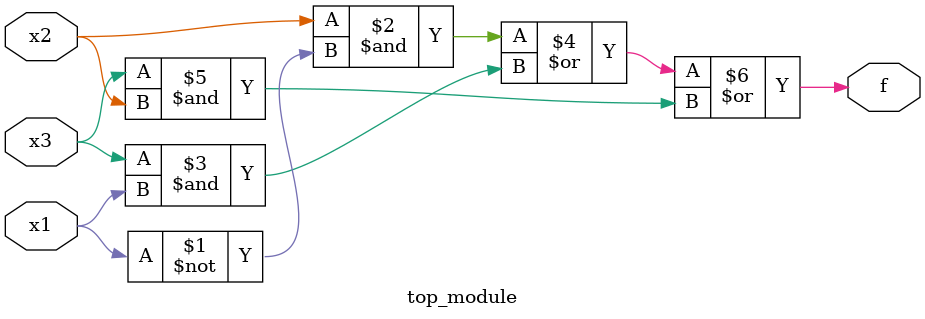
<source format=sv>
module top_module (
    input x3,
    input x2,
    input x1,
    output f
);

    assign f = (x2 & ~x1) | (x3 & x1) | (x3 & x2);

endmodule

</source>
